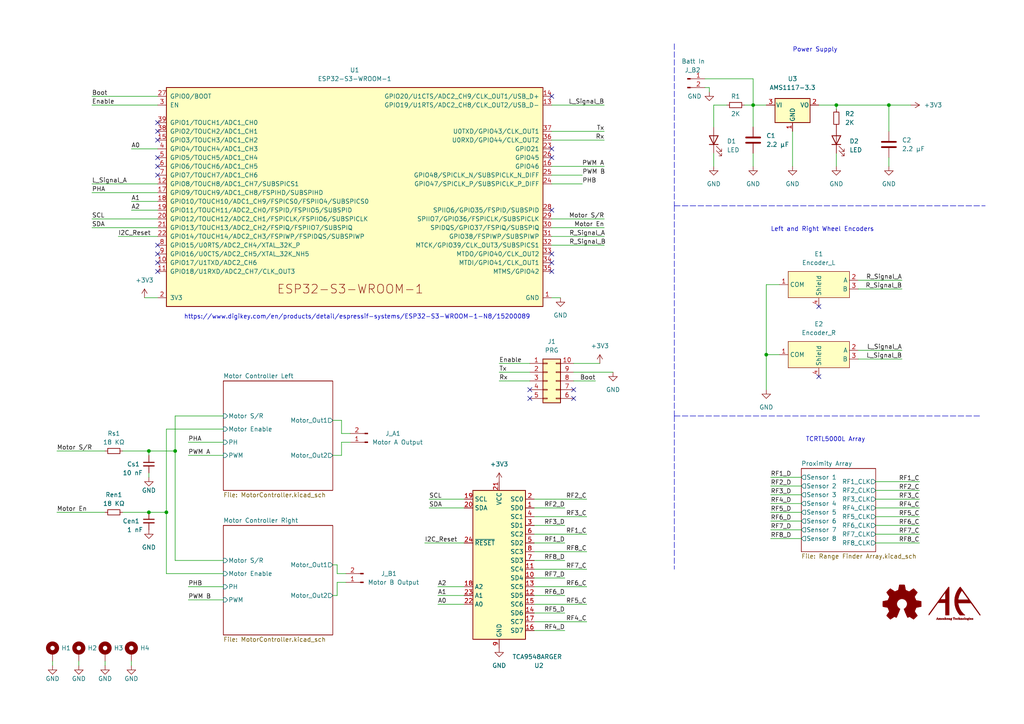
<source format=kicad_sch>
(kicad_sch (version 20211123) (generator eeschema)
  (paper "A4")
  (title_block (title "TurtleBot Mainboard") (date "2022-11-27") (rev "0.1") (company "Amoskeag Technologies"))
  (lib_symbols
    (symbol "Amoskeag-KiCAD-Lib:AT_Logo" (pin_names (offset 1.016)))
    (symbol "Amoskeag-KiCAD-Lib:Kailh_Encoder"
      (property "Reference" "E" (at 0 7.62 0))
      (property "Value" "Kailh_Encoder" (at 0 5.08 0))
      (symbol "Kailh_Encoder_1_1"
        (pin input line (at -11.43 0 0) (length 2.54) (name "COM") (number "1"))
        (pin output line (at 11.43 1.27 180) (length 2.54) (name "A") (number "2"))
        (pin output line (at 11.43 -1.27 180) (length 2.54) (name "B") (number "3"))
        (pin unspecified line (at 0 -6.35 90) (length 2.54) (name "Shield") (number "4"))
      )
    )
    (symbol "Connector:Conn_01x02_Male" (pin_names (offset 1.016) hide)
      (property "Reference" "J" (at 0 2.54 0))
      (property "Value" "Conn_01x02_Male" (at 0 -5.08 0))
      (symbol "Conn_01x02_Male_1_1"
        (pin passive line (at 5.08 0 180) (length 3.81) (name "Pin_1") (number "1"))
        (pin passive line (at 5.08 -2.54 180) (length 3.81) (name "Pin_2") (number "2"))
      )
    )
    (symbol "Connector_Generic:Conn_02x05_Counter_Clockwise" (pin_names (offset 1.016) hide)
      (property "Reference" "J" (at 1.27 7.62 0))
      (property "Value" "Conn_02x05_Counter_Clockwise" (at 1.27 -7.62 0))
      (symbol "Conn_02x05_Counter_Clockwise_1_1"
        (pin passive line (at -5.08 5.08 0) (length 3.81) (name "Pin_1") (number "1"))
        (pin passive line (at 7.62 5.08 180) (length 3.81) (name "Pin_10") (number "10"))
        (pin passive line (at -5.08 2.54 0) (length 3.81) (name "Pin_2") (number "2"))
        (pin passive line (at -5.08 0 0) (length 3.81) (name "Pin_3") (number "3"))
        (pin passive line (at -5.08 -2.54 0) (length 3.81) (name "Pin_4") (number "4"))
        (pin passive line (at -5.08 -5.08 0) (length 3.81) (name "Pin_5") (number "5"))
        (pin passive line (at 7.62 -5.08 180) (length 3.81) (name "Pin_6") (number "6"))
        (pin passive line (at 7.62 -2.54 180) (length 3.81) (name "Pin_7") (number "7"))
        (pin passive line (at 7.62 0 180) (length 3.81) (name "Pin_8") (number "8"))
        (pin passive line (at 7.62 2.54 180) (length 3.81) (name "Pin_9") (number "9"))
      )
    )
    (symbol "Device:C" (pin_numbers hide) (pin_names (offset 0.254))
      (property "Reference" "C" (at 0.635 2.54 0))
      (property "Value" "C" (at 0.635 -2.54 0))
      (symbol "C_1_1"
        (pin passive line (at 0 3.81 270) (length 2.794) (name "~") (number "1"))
        (pin passive line (at 0 -3.81 90) (length 2.794) (name "~") (number "2"))
      )
    )
    (symbol "Device:C_Small" (pin_numbers hide) (pin_names (offset 0.254) hide)
      (property "Reference" "C" (at 0.254 1.778 0))
      (property "Value" "C_Small" (at 0.254 -2.032 0))
      (symbol "C_Small_1_1"
        (pin passive line (at 0 2.54 270) (length 2.032) (name "~") (number "1"))
        (pin passive line (at 0 -2.54 90) (length 2.032) (name "~") (number "2"))
      )
    )
    (symbol "Device:LED" (pin_numbers hide) (pin_names (offset 1.016) hide)
      (property "Reference" "D" (at 0 2.54 0))
      (property "Value" "LED" (at 0 -2.54 0))
      (symbol "LED_1_1"
        (pin passive line (at -3.81 0 0) (length 2.54) (name "K") (number "1"))
        (pin passive line (at 3.81 0 180) (length 2.54) (name "A") (number "2"))
      )
    )
    (symbol "Device:R_Small" (pin_numbers hide) (pin_names (offset 0.254) hide)
      (property "Reference" "R" (at 0.762 0.508 0))
      (property "Value" "R_Small" (at 0.762 -1.016 0))
      (symbol "R_Small_1_1"
        (pin passive line (at 0 2.54 270) (length 0.762) (name "~") (number "1"))
        (pin passive line (at 0 -2.54 90) (length 0.762) (name "~") (number "2"))
      )
    )
    (symbol "Espressif:ESP32-S3-WROOM-1" (pin_names (offset 1.016))
      (property "Reference" "U" (at -53.34 38.1 0))
      (property "Value" "ESP32-S3-WROOM-1" (at -53.34 35.56 0))
      (symbol "ESP32-S3-WROOM-1_0_0"
        (text "ESP32-S3-WROOM-1" (at 0 -25.4 0) (effects (font (size 2.54 2.54))))
        (pin power_in line (at 58.42 -27.94 180) (length 2.54) (name "GND") (number "1"))
        (pin bidirectional line (at -55.88 -17.78 0) (length 2.54) (name "GPIO17/U1TXD/ADC2_CH6") (number "10"))
        (pin bidirectional line (at -55.88 -20.32 0) (length 2.54) (name "GPIO18/U1RXD/ADC2_CH7/CLK_OUT3") (number "11"))
        (pin bidirectional line (at -55.88 5.08 0) (length 2.54) (name "GPIO8/TOUCH8/ADC1_CH7/SUBSPICS1") (number "12"))
        (pin bidirectional line (at 58.42 27.94 180) (length 2.54) (name "GPIO19/U1RTS/ADC2_CH8/CLK_OUT2/USB_D-") (number "13"))
        (pin bidirectional line (at 58.42 30.48 180) (length 2.54) (name "GPIO20/U1CTS/ADC2_CH9/CLK_OUT1/USB_D+") (number "14"))
        (pin bidirectional line (at -55.88 17.78 0) (length 2.54) (name "GPIO3/TOUCH3/ADC1_CH2") (number "15"))
        (pin bidirectional line (at 58.42 10.16 180) (length 2.54) (name "GPIO46") (number "16"))
        (pin bidirectional line (at -55.88 2.54 0) (length 2.54) (name "GPIO9/TOUCH9/ADC1_CH8/FSPIHD/SUBSPIHD") (number "17"))
        (pin bidirectional line (at -55.88 0 0) (length 2.54) (name "GPIO10/TOUCH10/ADC1_CH9/FSPICS0/FSPIIO4/SUBSPICS0") (number "18"))
        (pin bidirectional line (at -55.88 -2.54 0) (length 2.54) (name "GPIO11/TOUCH11/ADC2_CH0/FSPID/FSPIIO5/SUBSPID") (number "19"))
        (pin power_in line (at -55.88 -27.94 0) (length 2.54) (name "3V3") (number "2"))
        (pin bidirectional line (at -55.88 -5.08 0) (length 2.54) (name "GPIO12/TOUCH12/ADC2_CH1/FSPICLK/FSPIIO6/SUBSPICLK") (number "20"))
        (pin bidirectional line (at -55.88 -7.62 0) (length 2.54) (name "GPIO13/TOUCH13/ADC2_CH2/FSPIQ/FSPIIO7/SUBSPIQ") (number "21"))
        (pin bidirectional line (at -55.88 -10.16 0) (length 2.54) (name "GPIO14/TOUCH14/ADC2_CH3/FSPIWP/FSPIDQS/SUBSPIWP") (number "22"))
        (pin bidirectional line (at 58.42 15.24 180) (length 2.54) (name "GPIO21") (number "23"))
        (pin bidirectional line (at 58.42 5.08 180) (length 2.54) (name "GPIO47/SPICLK_P/SUBSPICLK_P_DIFF") (number "24"))
        (pin bidirectional line (at 58.42 7.62 180) (length 2.54) (name "GPIO48/SPICLK_N/SUBSPICLK_N_DIFF") (number "25"))
        (pin bidirectional line (at 58.42 12.7 180) (length 2.54) (name "GPIO45") (number "26"))
        (pin bidirectional line (at -55.88 30.48 0) (length 2.54) (name "GPIO0/BOOT") (number "27"))
        (pin bidirectional line (at 58.42 -2.54 180) (length 2.54) (name "SPIIO6/GPIO35/FSPID/SUBSPID") (number "28"))
        (pin bidirectional line (at 58.42 -5.08 180) (length 2.54) (name "SPIIO7/GPIO36/FSPICLK/SUBSPICLK") (number "29"))
        (pin input line (at -55.88 27.94 0) (length 2.54) (name "EN") (number "3"))
        (pin bidirectional line (at 58.42 -7.62 180) (length 2.54) (name "SPIDQS/GPIO37/FSPIQ/SUBSPIQ") (number "30"))
        (pin bidirectional line (at 58.42 -10.16 180) (length 2.54) (name "GPIO38/FSPIWP/SUBSPIWP") (number "31"))
        (pin bidirectional line (at 58.42 -12.7 180) (length 2.54) (name "MTCK/GPIO39/CLK_OUT3/SUBSPICS1") (number "32"))
        (pin bidirectional line (at 58.42 -15.24 180) (length 2.54) (name "MTDO/GPIO40/CLK_OUT2") (number "33"))
        (pin bidirectional line (at 58.42 -17.78 180) (length 2.54) (name "MTDI/GPIO41/CLK_OUT1") (number "34"))
        (pin bidirectional line (at 58.42 -20.32 180) (length 2.54) (name "MTMS/GPIO42") (number "35"))
        (pin bidirectional line (at 58.42 17.78 180) (length 2.54) (name "U0RXD/GPIO44/CLK_OUT2") (number "36"))
        (pin bidirectional line (at 58.42 20.32 180) (length 2.54) (name "U0TXD/GPIO43/CLK_OUT1") (number "37"))
        (pin bidirectional line (at -55.88 20.32 0) (length 2.54) (name "GPIO2/TOUCH2/ADC1_CH1") (number "38"))
        (pin bidirectional line (at -55.88 22.86 0) (length 2.54) (name "GPIO1/TOUCH1/ADC1_CH0") (number "39"))
        (pin bidirectional line (at -55.88 15.24 0) (length 2.54) (name "GPIO4/TOUCH4/ADC1_CH3") (number "4"))
        (pin passive line (at 58.42 -27.94 180) (length 2.54) hide (name "GND") (number "40"))
        (pin passive line (at 58.42 -27.94 180) (length 2.54) hide (name "GND") (number "41"))
        (pin bidirectional line (at -55.88 12.7 0) (length 2.54) (name "GPIO5/TOUCH5/ADC1_CH4") (number "5"))
        (pin bidirectional line (at -55.88 10.16 0) (length 2.54) (name "GPIO6/TOUCH6/ADC1_CH5") (number "6"))
        (pin bidirectional line (at -55.88 7.62 0) (length 2.54) (name "GPIO7/TOUCH7/ADC1_CH6") (number "7"))
        (pin bidirectional line (at -55.88 -12.7 0) (length 2.54) (name "GPIO15/U0RTS/ADC2_CH4/XTAL_32K_P") (number "8"))
        (pin bidirectional line (at -55.88 -15.24 0) (length 2.54) (name "GPIO16/U0CTS/ADC2_CH5/XTAL_32K_NH5") (number "9"))
      )
    )
    (symbol "Graphic:Logo_Open_Hardware_Small" (pin_names (offset 1.016)))
    (symbol "Interface_Expansion:TCA9548ARGER"
      (property "Reference" "U" (at -7.62 21.59 0))
      (property "Value" "TCA9548ARGER" (at 1.016 21.59 0))
      (symbol "TCA9548ARGER_1_1"
        (pin bidirectional line (at 10.16 15.24 180) (length 2.54) (name "SD0") (number "1"))
        (pin bidirectional line (at 10.16 -5.08 180) (length 2.54) (name "SD4") (number "10"))
        (pin output line (at 10.16 -2.54 180) (length 2.54) (name "SC4") (number "11"))
        (pin bidirectional line (at 10.16 -10.16 180) (length 2.54) (name "SD5") (number "12"))
        (pin output line (at 10.16 -7.62 180) (length 2.54) (name "SC5") (number "13"))
        (pin bidirectional line (at 10.16 -15.24 180) (length 2.54) (name "SD6") (number "14"))
        (pin output line (at 10.16 -12.7 180) (length 2.54) (name "SC6") (number "15"))
        (pin bidirectional line (at 10.16 -20.32 180) (length 2.54) (name "SD7") (number "16"))
        (pin output line (at 10.16 -17.78 180) (length 2.54) (name "SC7") (number "17"))
        (pin input line (at -10.16 -7.62 0) (length 2.54) (name "A2") (number "18"))
        (pin input line (at -10.16 17.78 0) (length 2.54) (name "SCL") (number "19"))
        (pin output line (at 10.16 17.78 180) (length 2.54) (name "SC0") (number "2"))
        (pin bidirectional line (at -10.16 15.24 0) (length 2.54) (name "SDA") (number "20"))
        (pin power_in line (at 0 22.86 270) (length 2.54) (name "VCC") (number "21"))
        (pin input line (at -10.16 -12.7 0) (length 2.54) (name "A0") (number "22"))
        (pin input line (at -10.16 -10.16 0) (length 2.54) (name "A1") (number "23"))
        (pin input line (at -10.16 5.08 0) (length 2.54) (name "~{RESET}") (number "24"))
        (pin no_connect line (at -7.62 -15.24 0) (length 2.54) hide (name "1EP") (number "25"))
        (pin bidirectional line (at 10.16 10.16 180) (length 2.54) (name "SD1") (number "3"))
        (pin output line (at 10.16 12.7 180) (length 2.54) (name "SC1") (number "4"))
        (pin bidirectional line (at 10.16 5.08 180) (length 2.54) (name "SD2") (number "5"))
        (pin output line (at 10.16 7.62 180) (length 2.54) (name "SC2") (number "6"))
        (pin bidirectional line (at 10.16 0 180) (length 2.54) (name "SD3") (number "7"))
        (pin output line (at 10.16 2.54 180) (length 2.54) (name "SC3") (number "8"))
        (pin power_in line (at 0 -25.4 90) (length 2.54) (name "GND") (number "9"))
      )
    )
    (symbol "Mechanical:MountingHole_Pad" (pin_numbers hide) (pin_names (offset 1.016) hide)
      (property "Reference" "H" (at 0 6.35 0))
      (property "Value" "MountingHole_Pad" (at 0 4.445 0))
      (symbol "MountingHole_Pad_1_1"
        (pin input line (at 0 -2.54 90) (length 2.54) (name "1") (number "1"))
      )
    )
    (symbol "Regulator_Linear:AMS1117-3.3" (pin_names (offset 0.254))
      (property "Reference" "U" (at -3.81 3.175 0))
      (property "Value" "AMS1117-3.3" (at 0 3.175 0))
      (symbol "AMS1117-3.3_1_1"
        (pin power_in line (at 0 -7.62 90) (length 2.54) (name "GND") (number "1"))
        (pin power_out line (at 7.62 0 180) (length 2.54) (name "VO") (number "2"))
        (pin power_in line (at -7.62 0 0) (length 2.54) (name "VI") (number "3"))
      )
    )
    (symbol "power:+3V3" (power) (pin_names (offset 0))
      (property "Value" "+3V3" (at 0 3.556 0))
      (symbol "+3V3_1_1"
        (pin power_in line (at 0 0 90) (length 0) hide (name "+3V3") (number "1"))
      )
    )
    (symbol "power:GND" (power) (pin_names (offset 0))
      (property "Value" "GND" (at 0 -3.81 0))
      (symbol "GND_1_1"
        (pin power_in line (at 0 0 270) (length 0) hide (name "GND") (number "1"))
      )
    )
  )
  (junction (at 43.18 148.59))
  (junction (at 222.25 102.87))
  (junction (at 43.18 130.81))
  (junction (at 218.44 30.48))
  (junction (at 257.81 30.48))
  (junction (at 48.26 148.59))
  (junction (at 242.57 30.48))
  (junction (at 50.8 130.81))
  (no_connect (at 153.67 113.03))
  (no_connect (at 166.37 113.03))
  (no_connect (at 45.72 40.64))
  (no_connect (at 45.72 45.72))
  (no_connect (at 45.72 48.26))
  (no_connect (at 45.72 50.8))
  (no_connect (at 45.72 71.12))
  (no_connect (at 45.72 73.66))
  (no_connect (at 45.72 76.2))
  (no_connect (at 45.72 78.74))
  (no_connect (at 160.02 73.66))
  (no_connect (at 160.02 76.2))
  (no_connect (at 160.02 78.74))
  (no_connect (at 160.02 27.94))
  (no_connect (at 160.02 60.96))
  (no_connect (at 160.02 45.72))
  (no_connect (at 160.02 43.18))
  (no_connect (at 45.72 35.56))
  (no_connect (at 45.72 38.1))
  (no_connect (at 166.37 115.57))
  (no_connect (at 153.67 115.57))
  (no_connect (at 237.49 109.22))
  (no_connect (at 237.49 88.9))
  (wire (pts (xy 154.94 152.4) (xy 163.83 152.4)))
  (wire (pts (xy 226.06 82.55) (xy 222.25 82.55)))
  (wire (pts (xy 226.06 102.87) (xy 222.25 102.87)))
  (wire (pts (xy 50.8 162.56) (xy 50.8 130.81)))
  (wire (pts (xy 254 144.78) (xy 266.7 144.78)))
  (wire (pts (xy 16.51 148.59) (xy 30.48 148.59)))
  (wire (pts (xy 223.52 153.67) (xy 232.41 153.67)))
  (wire (pts (xy 160.02 40.64) (xy 175.26 40.64)))
  (wire (pts (xy 43.18 137.16) (xy 43.18 138.43)))
  (wire (pts (xy 223.52 143.51) (xy 232.41 143.51)))
  (polyline (pts (xy 195.58 12.7) (xy 195.58 59.69)))
  (wire (pts (xy 15.24 191.77) (xy 15.24 193.04)))
  (wire (pts (xy 257.81 45.72) (xy 257.81 48.26)))
  (wire (pts (xy 254 139.7) (xy 266.7 139.7)))
  (wire (pts (xy 154.94 170.18) (xy 170.18 170.18)))
  (wire (pts (xy 207.01 44.45) (xy 207.01 48.26)))
  (wire (pts (xy 154.94 177.8) (xy 163.83 177.8)))
  (wire (pts (xy 222.25 82.55) (xy 222.25 102.87)))
  (wire (pts (xy 223.52 140.97) (xy 232.41 140.97)))
  (wire (pts (xy 237.49 30.48) (xy 242.57 30.48)))
  (wire (pts (xy 242.57 30.48) (xy 242.57 31.75)))
  (wire (pts (xy 99.06 132.08) (xy 99.06 128.27)))
  (wire (pts (xy 154.94 165.1) (xy 170.18 165.1)))
  (wire (pts (xy 26.67 30.48) (xy 45.72 30.48)))
  (polyline (pts (xy 195.58 120.65) (xy 195.58 165.1)))
  (wire (pts (xy 163.83 147.32) (xy 154.94 147.32)))
  (wire (pts (xy 160.02 86.36) (xy 162.56 86.36)))
  (wire (pts (xy 160.02 53.34) (xy 168.91 53.34)))
  (wire (pts (xy 48.26 148.59) (xy 48.26 124.46)))
  (wire (pts (xy 123.19 157.48) (xy 134.62 157.48)))
  (wire (pts (xy 154.94 175.26) (xy 170.18 175.26)))
  (wire (pts (xy 160.02 66.04) (xy 175.26 66.04)))
  (wire (pts (xy 26.67 27.94) (xy 45.72 27.94)))
  (wire (pts (xy 144.78 105.41) (xy 153.67 105.41)))
  (wire (pts (xy 248.92 101.6) (xy 261.62 101.6)))
  (wire (pts (xy 154.94 182.88) (xy 163.83 182.88)))
  (polyline (pts (xy 195.58 59.69) (xy 285.75 59.69)))
  (wire (pts (xy 160.02 71.12) (xy 175.26 71.12)))
  (wire (pts (xy 222.25 102.87) (xy 222.25 113.03)))
  (wire (pts (xy 96.52 132.08) (xy 99.06 132.08)))
  (wire (pts (xy 97.79 172.72) (xy 97.79 168.91)))
  (wire (pts (xy 223.52 151.13) (xy 232.41 151.13)))
  (wire (pts (xy 163.83 162.56) (xy 154.94 162.56)))
  (wire (pts (xy 254 157.48) (xy 266.7 157.48)))
  (wire (pts (xy 229.87 38.1) (xy 229.87 48.26)))
  (wire (pts (xy 154.94 144.78) (xy 170.18 144.78)))
  (wire (pts (xy 207.01 30.48) (xy 210.82 30.48)))
  (wire (pts (xy 38.1 58.42) (xy 45.72 58.42)))
  (wire (pts (xy 248.92 104.14) (xy 261.62 104.14)))
  (wire (pts (xy 50.8 130.81) (xy 50.8 120.65)))
  (wire (pts (xy 97.79 168.91) (xy 100.33 168.91)))
  (wire (pts (xy 166.37 107.95) (xy 177.8 107.95)))
  (wire (pts (xy 218.44 30.48) (xy 222.25 30.48)))
  (wire (pts (xy 166.37 105.41) (xy 173.99 105.41)))
  (wire (pts (xy 218.44 44.45) (xy 218.44 48.26)))
  (wire (pts (xy 254 149.86) (xy 266.7 149.86)))
  (wire (pts (xy 127 172.72) (xy 134.62 172.72)))
  (wire (pts (xy 99.06 125.73) (xy 101.6 125.73)))
  (wire (pts (xy 64.77 120.65) (xy 50.8 120.65)))
  (wire (pts (xy 97.79 166.37) (xy 100.33 166.37)))
  (wire (pts (xy 160.02 30.48) (xy 175.26 30.48)))
  (wire (pts (xy 96.52 172.72) (xy 97.79 172.72)))
  (wire (pts (xy 127 175.26) (xy 134.62 175.26)))
  (wire (pts (xy 54.61 173.99) (xy 64.77 173.99)))
  (wire (pts (xy 218.44 30.48) (xy 218.44 36.83)))
  (wire (pts (xy 38.1 191.77) (xy 38.1 193.04)))
  (wire (pts (xy 204.47 22.86) (xy 218.44 22.86)))
  (wire (pts (xy 124.46 147.32) (xy 134.62 147.32)))
  (wire (pts (xy 127 170.18) (xy 134.62 170.18)))
  (wire (pts (xy 223.52 156.21) (xy 232.41 156.21)))
  (wire (pts (xy 154.94 157.48) (xy 163.83 157.48)))
  (polyline (pts (xy 195.58 59.69) (xy 195.58 120.65)))
  (wire (pts (xy 254 142.24) (xy 266.7 142.24)))
  (wire (pts (xy 144.78 107.95) (xy 153.67 107.95)))
  (wire (pts (xy 34.29 68.58) (xy 45.72 68.58)))
  (wire (pts (xy 257.81 30.48) (xy 264.16 30.48)))
  (wire (pts (xy 35.56 148.59) (xy 43.18 148.59)))
  (wire (pts (xy 154.94 154.94) (xy 170.18 154.94)))
  (wire (pts (xy 48.26 166.37) (xy 64.77 166.37)))
  (wire (pts (xy 30.48 191.77) (xy 30.48 193.04)))
  (wire (pts (xy 254 147.32) (xy 266.7 147.32)))
  (wire (pts (xy 26.67 63.5) (xy 45.72 63.5)))
  (wire (pts (xy 257.81 30.48) (xy 257.81 38.1)))
  (wire (pts (xy 54.61 132.08) (xy 64.77 132.08)))
  (wire (pts (xy 26.67 53.34) (xy 45.72 53.34)))
  (wire (pts (xy 242.57 44.45) (xy 242.57 48.26)))
  (wire (pts (xy 223.52 146.05) (xy 232.41 146.05)))
  (polyline (pts (xy 195.58 120.65) (xy 284.48 120.65)))
  (wire (pts (xy 43.18 132.08) (xy 43.18 130.81)))
  (wire (pts (xy 48.26 166.37) (xy 48.26 148.59)))
  (wire (pts (xy 154.94 180.34) (xy 170.18 180.34)))
  (wire (pts (xy 43.18 148.59) (xy 48.26 148.59)))
  (wire (pts (xy 38.1 43.18) (xy 45.72 43.18)))
  (wire (pts (xy 35.56 130.81) (xy 43.18 130.81)))
  (wire (pts (xy 160.02 63.5) (xy 175.26 63.5)))
  (wire (pts (xy 160.02 48.26) (xy 175.26 48.26)))
  (wire (pts (xy 207.01 30.48) (xy 207.01 36.83)))
  (wire (pts (xy 96.52 121.92) (xy 99.06 121.92)))
  (wire (pts (xy 48.26 124.46) (xy 64.77 124.46)))
  (wire (pts (xy 22.86 191.77) (xy 22.86 193.04)))
  (wire (pts (xy 218.44 22.86) (xy 218.44 30.48)))
  (wire (pts (xy 26.67 66.04) (xy 45.72 66.04)))
  (wire (pts (xy 242.57 30.48) (xy 257.81 30.48)))
  (wire (pts (xy 16.51 130.81) (xy 30.48 130.81)))
  (wire (pts (xy 54.61 170.18) (xy 64.77 170.18)))
  (wire (pts (xy 99.06 121.92) (xy 99.06 125.73)))
  (wire (pts (xy 205.74 25.4) (xy 205.74 26.67)))
  (wire (pts (xy 97.79 163.83) (xy 97.79 166.37)))
  (wire (pts (xy 166.37 110.49) (xy 172.72 110.49)))
  (wire (pts (xy 54.61 128.27) (xy 64.77 128.27)))
  (wire (pts (xy 154.94 160.02) (xy 170.18 160.02)))
  (wire (pts (xy 248.92 83.82) (xy 261.62 83.82)))
  (wire (pts (xy 163.83 172.72) (xy 154.94 172.72)))
  (wire (pts (xy 254 152.4) (xy 266.7 152.4)))
  (wire (pts (xy 99.06 128.27) (xy 101.6 128.27)))
  (wire (pts (xy 160.02 68.58) (xy 175.26 68.58)))
  (wire (pts (xy 160.02 50.8) (xy 168.91 50.8)))
  (wire (pts (xy 38.1 60.96) (xy 45.72 60.96)))
  (wire (pts (xy 215.9 30.48) (xy 218.44 30.48)))
  (wire (pts (xy 144.78 110.49) (xy 153.67 110.49)))
  (wire (pts (xy 248.92 81.28) (xy 261.62 81.28)))
  (wire (pts (xy 204.47 25.4) (xy 205.74 25.4)))
  (wire (pts (xy 45.72 55.88) (xy 26.67 55.88)))
  (wire (pts (xy 41.91 86.36) (xy 45.72 86.36)))
  (wire (pts (xy 124.46 144.78) (xy 134.62 144.78)))
  (wire (pts (xy 96.52 163.83) (xy 97.79 163.83)))
  (wire (pts (xy 50.8 162.56) (xy 64.77 162.56)))
  (wire (pts (xy 223.52 138.43) (xy 232.41 138.43)))
  (wire (pts (xy 223.52 148.59) (xy 232.41 148.59)))
  (wire (pts (xy 154.94 149.86) (xy 170.18 149.86)))
  (wire (pts (xy 254 154.94) (xy 266.7 154.94)))
  (wire (pts (xy 160.02 38.1) (xy 175.26 38.1)))
  (wire (pts (xy 163.83 167.64) (xy 154.94 167.64)))
  (wire (pts (xy 43.18 130.81) (xy 50.8 130.81)))
  (text "https://www.digikey.com/en/products/detail/espressif-systems/ESP32-S3-WROOM-1-N8/15200089" (at 53.34 92.71 0) (effects (font (size 1.27 1.27)) (justify left bottom)))
  (text "TCRTL5000L Array\n" (at 233.68 128.27 0) (effects (font (size 1.27 1.27)) (justify left bottom)))
  (text "Power Supply" (at 229.87 15.24 0) (effects (font (size 1.27 1.27)) (justify left bottom)))
  (text "Left and Right Wheel Encoders" (at 223.52 67.31 0) (effects (font (size 1.27 1.27)) (justify left bottom)))
  (label "RF7_C" (at 170.18 165.1 180))
  (label "RF1_D" (at 163.83 157.48 180))
  (label "Motor S{slash}R" (at 16.51 130.81 0))
  (label "Rx" (at 144.78 110.49 0))
  (label "RF1_C" (at 266.7 139.7 180))
  (label "RF4_C" (at 266.7 147.32 180))
  (label "A1" (at 38.1 58.42 0))
  (label "RF3_D" (at 163.83 152.4 180))
  (label "RF8_D" (at 163.83 162.56 180))
  (label "PWM A" (at 175.26 48.26 180))
  (label "Tx" (at 144.78 107.95 0))
  (label "SCL" (at 124.46 144.78 0))
  (label "RF2_C" (at 266.7 142.24 180))
  (label "PWM B" (at 168.91 50.8 0))
  (label "Motor En" (at 16.51 148.59 0))
  (label "L_Signal_B" (at 261.62 104.14 180))
  (label "RF7_D" (at 163.83 167.64 180))
  (label "RF8_C" (at 170.18 160.02 180))
  (label "R_Signal_B" (at 165.1 71.12 0))
  (label "Motor En" (at 175.26 66.04 180))
  (label "L_Signal_B" (at 175.26 30.48 180))
  (label "RF2_D" (at 223.52 140.97 0))
  (label "Motor S{slash}R" (at 175.26 63.5 180))
  (label "L_Signal_A" (at 261.62 101.6 180))
  (label "SDA" (at 124.46 147.32 0))
  (label "PHB" (at 54.61 170.18 0))
  (label "SCL" (at 26.67 63.5 0))
  (label "RF8_D" (at 223.52 156.21 0))
  (label "PWM A" (at 54.61 132.08 0))
  (label "RF2_C" (at 170.18 144.78 180))
  (label "A2" (at 38.1 60.96 0))
  (label "RF6_D" (at 163.83 172.72 180))
  (label "RF5_D" (at 223.52 148.59 0))
  (label "PHA" (at 54.61 128.27 0))
  (label "RF5_C" (at 266.7 149.86 180))
  (label "RF8_C" (at 266.7 157.48 180))
  (label "Rx" (at 175.26 40.64 180))
  (label "I2C_Reset" (at 123.19 157.48 0))
  (label "R_Signal_B" (at 261.62 83.82 180))
  (label "A2" (at 127 170.18 0))
  (label "RF3_C" (at 266.7 144.78 180))
  (label "RF2_D" (at 163.83 147.32 180))
  (label "Boot" (at 172.72 110.49 180))
  (label "Enable" (at 26.67 30.48 0))
  (label "RF1_D" (at 223.52 138.43 0))
  (label "RF6_D" (at 223.52 151.13 0))
  (label "PHB" (at 168.91 53.34 0))
  (label "Enable" (at 144.78 105.41 0))
  (label "RF3_C" (at 170.18 149.86 180))
  (label "RF7_D" (at 223.52 153.67 0))
  (label "PHA" (at 26.67 55.88 0))
  (label "R_Signal_A" (at 261.62 81.28 180))
  (label "RF1_C" (at 170.18 154.94 180))
  (label "RF4_C" (at 170.18 180.34 180))
  (label "RF6_C" (at 170.18 170.18 180))
  (label "RF5_D" (at 163.83 177.8 180))
  (label "RF4_D" (at 223.52 146.05 0))
  (label "A1" (at 127 172.72 0))
  (label "RF7_C" (at 266.7 154.94 180))
  (label "RF5_C" (at 170.18 175.26 180))
  (label "PWM B" (at 54.61 173.99 0))
  (label "Boot" (at 26.67 27.94 0))
  (label "R_Signal_A" (at 165.1 68.58 0))
  (label "I2C_Reset" (at 34.29 68.58 0))
  (label "L_Signal_A" (at 26.67 53.34 0))
  (label "RF6_C" (at 266.7 152.4 180))
  (label "SDA" (at 26.67 66.04 0))
  (label "A0" (at 127 175.26 0))
  (label "Tx" (at 175.26 38.1 180))
  (label "RF4_D" (at 163.83 182.88 180))
  (label "RF3_D" (at 223.52 143.51 0))
  (label "A0" (at 38.1 43.18 0))
  (symbol (lib_id "Regulator_Linear:AMS1117-3.3") (at 229.87 30.48 0) (unit 1)
    (property "Reference" "U3" (at 229.87 22.86 0))
    (property "Value" "AMS1117-3.3" (at 229.87 25.4 0))
    (property "Footprint" "Package_TO_SOT_SMD:SOT-223-3_TabPin2" (effects hide))
    (property "Datasheet" "http://www.advanced-monolithic.com/pdf/ds1117.pdf" (effects hide))
  )
  (symbol (lib_id "Device:C_Small") (at 43.18 134.62 0) (unit 1)
    (property "Reference" "Cs1" (at 36.83 134.62 0) (effects (justify left)))
    (property "Value" "10 nF" (at 35.56 137.16 0) (effects (justify left)))
    (property "Footprint" "Capacitor_SMD:C_0805_2012Metric" (effects hide))
  )
  (symbol (lib_id "power:GND") (at 43.18 153.67 0) (unit 1)
    (property "Reference" "#PWR07" (effects hide))
    (property "Value" "GND" (at 43.18 158.75 0))
  )
  (symbol (lib_id "power:GND") (at 22.86 193.04 0) (unit 1)
    (property "Reference" "#PWR02" (effects hide))
    (property "Value" "GND" (at 22.86 196.85 0))
  )
  (symbol (lib_id "Connector:Conn_01x02_Male") (at 106.68 128.27 180) (unit 1)
    (property "Reference" "J_A1" (at 111.76 125.73 0) (effects (justify right)))
    (property "Value" "Motor A Output" (at 107.95 128.2699 0) (effects (justify right)))
    (property "Footprint" "Connector_JST:JST_EH_B2B-EH-A_1x02_P2.50mm_Vertical" (effects hide))
  )
  (symbol (lib_id "power:GND") (at 257.81 48.26 0) (unit 1)
    (property "Reference" "#PWR019" (effects hide))
    (property "Value" "GND" (at 257.81 53.34 0))
  )
  (symbol (lib_id "Device:R_Small") (at 33.02 148.59 90) (unit 1)
    (property "Reference" "Ren1" (at 33.02 143.51 90))
    (property "Value" "18 KΩ" (at 33.02 146.05 90))
    (property "Footprint" "Resistor_SMD:R_0805_2012Metric" (effects hide))
  )
  (symbol (lib_id "power:GND") (at 162.56 86.36 0) (unit 1)
    (property "Reference" "#PWR010" (effects hide))
    (property "Value" "GND" (at 162.56 91.44 0))
  )
  (symbol (lib_id "power:GND") (at 218.44 48.26 0) (unit 1)
    (property "Reference" "#PWR015" (effects hide))
    (property "Value" "GND" (at 218.44 53.34 0))
  )
  (symbol (lib_id "Connector:Conn_01x02_Male") (at 105.41 168.91 180) (unit 1)
    (property "Reference" "J_B1" (at 110.49 166.37 0) (effects (justify right)))
    (property "Value" "Motor B Output" (at 106.68 168.9099 0) (effects (justify right)))
    (property "Footprint" "Connector_JST:JST_EH_B2B-EH-A_1x02_P2.50mm_Vertical" (effects hide))
  )
  (symbol (lib_id "Device:R_Small") (at 33.02 130.81 90) (unit 1)
    (property "Reference" "Rs1" (at 33.02 125.73 90))
    (property "Value" "18 KΩ" (at 33.02 128.27 90))
    (property "Footprint" "Resistor_SMD:R_0805_2012Metric" (effects hide))
  )
  (symbol (lib_id "power:+3V3") (at 41.91 86.36 0) (unit 1)
    (property "Reference" "#PWR05" (effects hide))
    (property "Value" "+3V3" (at 41.91 81.28 0))
  )
  (symbol (lib_id "Device:LED") (at 242.57 40.64 90) (unit 1)
    (property "Reference" "D2" (at 246.38 40.9574 90) (effects (justify right)))
    (property "Value" "LED" (at 246.38 43.4974 90) (effects (justify right)))
    (property "Footprint" "Resistor_SMD:R_0805_2012Metric" (effects hide))
  )
  (symbol (lib_id "Device:LED") (at 207.01 40.64 90) (unit 1)
    (property "Reference" "D1" (at 210.82 40.9574 90) (effects (justify right)))
    (property "Value" "LED" (at 210.82 43.4974 90) (effects (justify right)))
    (property "Footprint" "Resistor_SMD:R_0805_2012Metric" (effects hide))
  )
  (symbol (lib_id "power:GND") (at 30.48 193.04 0) (unit 1)
    (property "Reference" "#PWR03" (effects hide))
    (property "Value" "GND" (at 30.48 196.85 0))
  )
  (symbol (lib_id "power:GND") (at 242.57 48.26 0) (unit 1)
    (property "Reference" "#PWR018" (effects hide))
    (property "Value" "GND" (at 242.57 53.34 0))
  )
  (symbol (lib_id "power:GND") (at 38.1 193.04 0) (unit 1)
    (property "Reference" "#PWR04" (effects hide))
    (property "Value" "GND" (at 38.1 196.85 0))
  )
  (symbol (lib_id "power:GND") (at 222.25 113.03 0) (unit 1)
    (property "Reference" "#PWR016" (effects hide))
    (property "Value" "GND" (at 222.25 118.11 0))
  )
  (symbol (lib_id "power:+3V3") (at 264.16 30.48 270) (unit 1)
    (property "Reference" "#PWR020" (effects hide))
    (property "Value" "+3V3" (at 267.97 30.4799 90) (effects (justify left)))
  )
  (symbol (lib_id "Interface_Expansion:TCA9548ARGER") (at 144.78 162.56 0) (unit 1)
    (property "Reference" "U2" (at 154.94 193.04 0) (effects (justify left)))
    (property "Value" "TCA9548ARGER" (at 148.59 190.5 0) (effects (justify left)))
    (property "Footprint" "Package_DFN_QFN:Texas_RGE0024C_EP2.1x2.1mm" (effects hide))
    (property "Datasheet" "http://www.ti.com/lit/ds/symlink/tca9548a.pdf" (effects hide))
  )
  (symbol (lib_id "Connector_Generic:Conn_02x05_Counter_Clockwise") (at 158.75 110.49 0) (unit 1)
    (property "Reference" "J1" (at 160.02 99.06 0))
    (property "Value" "PRG" (at 160.02 101.6 0))
    (property "Footprint" "Connector:Tag-Connect_TC2050-IDC-FP_2x05_P1.27mm_Vertical" (effects hide))
  )
  (symbol (lib_id "power:GND") (at 207.01 48.26 0) (unit 1)
    (property "Reference" "#PWR014" (effects hide))
    (property "Value" "GND" (at 207.01 53.34 0))
  )
  (symbol (lib_id "power:GND") (at 205.74 26.67 0) (unit 1)
    (property "Reference" "#PWR013" (effects hide))
    (property "Value" "GND" (at 199.39 27.94 0) (effects (justify left)))
  )
  (symbol (lib_id "Device:C") (at 257.81 41.91 0) (unit 1)
    (property "Reference" "C2" (at 261.62 40.6399 0) (effects (justify left)))
    (property "Value" "2.2 µF" (at 261.62 43.1799 0) (effects (justify left)))
    (property "Footprint" "Capacitor_SMD:C_0805_2012Metric" (effects hide))
  )
  (symbol (lib_id "Amoskeag-KiCAD-Lib:Kailh_Encoder") (at 237.49 82.55 0) (unit 1)
    (property "Reference" "E1" (at 237.49 73.66 0))
    (property "Value" "Encoder_L" (at 237.49 76.2 0))
    (property "Footprint" "Amoskeag_KiCAD_Lib:Kailh Encoder 9mm" (effects hide))
  )
  (symbol (lib_id "power:GND") (at 229.87 48.26 0) (unit 1)
    (property "Reference" "#PWR017" (effects hide))
    (property "Value" "GND" (at 229.87 53.34 0))
  )
  (symbol (lib_id "Amoskeag-KiCAD-Lib:Kailh_Encoder") (at 237.49 102.87 0) (unit 1)
    (property "Reference" "E2" (at 237.49 93.98 0))
    (property "Value" "Encoder_R" (at 237.49 96.52 0))
    (property "Footprint" "Amoskeag_KiCAD_Lib:Kailh Encoder 9mm" (effects hide))
  )
  (symbol (lib_id "Mechanical:MountingHole_Pad") (at 30.48 189.23 0) (unit 1)
    (property "Reference" "H3" (at 33.02 187.9599 0) (effects (justify left)))
    (property "Value" "MountingHole_Pad" (effects hide))
    (property "Footprint" "MountingHole:MountingHole_2.2mm_M2_DIN965_Pad" (effects hide))
  )
  (symbol (lib_id "power:GND") (at 144.78 187.96 0) (unit 1)
    (property "Reference" "#PWR09" (effects hide))
    (property "Value" "GND" (at 144.78 193.04 0))
  )
  (symbol (lib_id "Device:C") (at 218.44 40.64 0) (unit 1)
    (property "Reference" "C1" (at 222.25 39.3699 0) (effects (justify left)))
    (property "Value" "2.2 µF" (at 222.25 41.9099 0) (effects (justify left)))
    (property "Footprint" "Capacitor_SMD:C_0805_2012Metric" (effects hide))
  )
  (symbol (lib_id "Espressif:ESP32-S3-WROOM-1") (at 101.6 58.42 0) (unit 1)
    (property "Reference" "U1" (at 102.87 20.32 0))
    (property "Value" "ESP32-S3-WROOM-1" (at 102.87 22.86 0))
    (property "Footprint" "Espressif:ESP32-S3-WROOM-1" (effects hide))
    (property "Datasheet" "https://www.espressif.com/sites/default/files/documentation/esp32-s3-wroom-1_wroom-1u_datasheet_en.pdf" (effects hide))
    (property "Source" "https://www.digikey.com/en/products/detail/espressif-systems/ESP32-S3-WROOM-1-N8/15200089" (effects hide))
  )
  (symbol (lib_id "Mechanical:MountingHole_Pad") (at 38.1 189.23 0) (unit 1)
    (property "Reference" "H4" (at 40.64 187.9599 0) (effects (justify left)))
    (property "Value" "MountingHole_Pad" (effects hide))
    (property "Footprint" "MountingHole:MountingHole_2.2mm_M2_DIN965_Pad" (effects hide))
  )
  (symbol (lib_id "Connector:Conn_01x02_Male") (at 199.39 22.86 0) (unit 1)
    (property "Reference" "J_B2" (at 203.2 20.32 0) (effects (justify right)))
    (property "Value" "Batt In" (at 204.47 17.78 0) (effects (justify right)))
    (property "Footprint" "Connector_JST:JST_EH_B2B-EH-A_1x02_P2.50mm_Vertical" (effects hide))
  )
  (symbol (lib_id "Mechanical:MountingHole_Pad") (at 15.24 189.23 0) (unit 1)
    (property "Reference" "H1" (at 17.78 187.9599 0) (effects (justify left)))
    (property "Value" "MountingHole_Pad" (effects hide))
    (property "Footprint" "MountingHole:MountingHole_2.2mm_M2_DIN965_Pad" (effects hide))
  )
  (symbol (lib_id "Device:R_Small") (at 242.57 34.29 180) (unit 1)
    (property "Reference" "R2" (at 245.11 33.0199 0) (effects (justify right)))
    (property "Value" "2K " (at 245.11 35.5599 0) (effects (justify right)))
    (property "Footprint" "Resistor_SMD:R_0805_2012Metric" (effects hide))
  )
  (symbol (lib_id "Device:R_Small") (at 213.36 30.48 90) (unit 1)
    (property "Reference" "R1" (at 213.36 27.94 90))
    (property "Value" "2K" (at 213.36 33.02 90))
    (property "Footprint" "Resistor_SMD:R_0805_2012Metric" (effects hide))
  )
  (symbol (lib_id "power:GND") (at 43.18 138.43 0) (unit 1)
    (property "Reference" "#PWR06" (effects hide))
    (property "Value" "GND" (at 43.18 142.24 0))
  )
  (symbol (lib_id "Graphic:Logo_Open_Hardware_Small") (at 261.62 175.26 0) (unit 1)
    (property "Reference" "#LOGO?" (effects hide))
    (property "Value" "Logo_Open_Hardware_Small" (effects hide))
    (property "Footprint" "Symbol:OSHW-Logo2_7.3x6mm_SilkScreen" (effects hide))
  )
  (symbol (lib_id "Amoskeag-KiCAD-Lib:AT_Logo") (at 276.86 175.26 0) (unit 1)
    (property "Reference" "#G?" (effects hide))
    (property "Value" "AT_Logo" (effects hide))
  )
  (symbol (lib_id "Mechanical:MountingHole_Pad") (at 22.86 189.23 0) (unit 1)
    (property "Reference" "H2" (at 25.4 187.9599 0) (effects (justify left)))
    (property "Value" "MountingHole_Pad" (effects hide))
    (property "Footprint" "MountingHole:MountingHole_2.2mm_M2_DIN965_Pad" (effects hide))
  )
  (symbol (lib_id "power:GND") (at 177.8 107.95 0) (unit 1)
    (property "Reference" "#PWR012" (effects hide))
    (property "Value" "GND" (at 177.8 113.03 0))
  )
  (symbol (lib_id "Device:C_Small") (at 43.18 151.13 0) (unit 1)
    (property "Reference" "Cen1" (at 35.56 151.13 0) (effects (justify left)))
    (property "Value" "1 nF" (at 36.83 153.67 0) (effects (justify left)))
    (property "Footprint" "Capacitor_SMD:C_0805_2012Metric" (effects hide))
  )
  (symbol (lib_id "power:+3V3") (at 173.99 105.41 0) (unit 1)
    (property "Reference" "#PWR011" (effects hide))
    (property "Value" "+3V3" (at 173.99 100.33 0))
  )
  (symbol (lib_id "power:+3V3") (at 144.78 139.7 0) (unit 1)
    (property "Reference" "#PWR08" (effects hide))
    (property "Value" "+3V3" (at 144.78 134.62 0))
  )
  (symbol (lib_id "power:GND") (at 15.24 193.04 0) (unit 1)
    (property "Reference" "#PWR01" (effects hide))
    (property "Value" "GND" (at 15.24 196.85 0))
  )
  (sheet (at 64.77 110.49) (size 31.75 31.75) (stroke (width 0.1524))
    (property "Sheet name" "Motor Controller Left" (at 64.77 109.7784 0) (effects (justify left bottom)))
    (property "Sheet file" "MotorController.kicad_sch" (at 64.77 142.8246 0) (effects (justify left top)))
    (pin "Motor_Out1" output (at 96.52 121.92 0))
    (pin "Motor_Out2" output (at 96.52 132.08 0))
    (pin "Motor Enable" input (at 64.77 124.46 180))
    (pin "PH" input (at 64.77 128.27 180))
    (pin "PWM" input (at 64.77 132.08 180))
    (pin "Motor S{slash}R" input (at 64.77 120.65 180))
  )
  (sheet (at 232.41 135.89) (size 21.59 24.13) (stroke (width 0.1524))
    (property "Sheet name" "Proximity Array" (at 232.41 135.1784 0) (effects (justify left bottom)))
    (property "Sheet file" "Range Finder Array.kicad_sch" (at 232.41 160.6046 0) (effects (justify left top)))
    (pin "Sensor 2" output (at 232.41 140.97 180))
    (pin "Sensor 1" output (at 232.41 138.43 180))
    (pin "Sensor 4" output (at 232.41 146.05 180))
    (pin "Sensor 3" output (at 232.41 143.51 180))
    (pin "Sensor 6" output (at 232.41 151.13 180))
    (pin "Sensor 7" output (at 232.41 153.67 180))
    (pin "Sensor 8" output (at 232.41 156.21 180))
    (pin "Sensor 5" output (at 232.41 148.59 180))
    (pin "RF4_CLK" output (at 254 147.32 0))
    (pin "RF8_CLK" output (at 254 157.48 0))
    (pin "RF3_CLK" output (at 254 144.78 0))
    (pin "RF2_CLK" output (at 254 142.24 0))
    (pin "RF1_CLK" output (at 254 139.7 0))
    (pin "RF5_CLK" output (at 254 149.86 0))
    (pin "RF6_CLK" output (at 254 152.4 0))
    (pin "RF7_CLK" output (at 254 154.94 0))
  )
  (sheet (at 64.77 152.4) (size 31.75 31.75) (stroke (width 0.1524))
    (property "Sheet name" "Motor Controller Right" (at 64.77 151.6884 0) (effects (justify left bottom)))
    (property "Sheet file" "MotorController.kicad_sch" (at 64.77 184.7346 0) (effects (justify left top)))
    (pin "Motor_Out1" output (at 96.52 163.83 0))
    (pin "Motor_Out2" output (at 96.52 172.72 0))
    (pin "Motor Enable" input (at 64.77 166.37 180))
    (pin "PH" input (at 64.77 170.18 180))
    (pin "PWM" input (at 64.77 173.99 180))
    (pin "Motor S{slash}R" input (at 64.77 162.56 180))
  )
)
</source>
